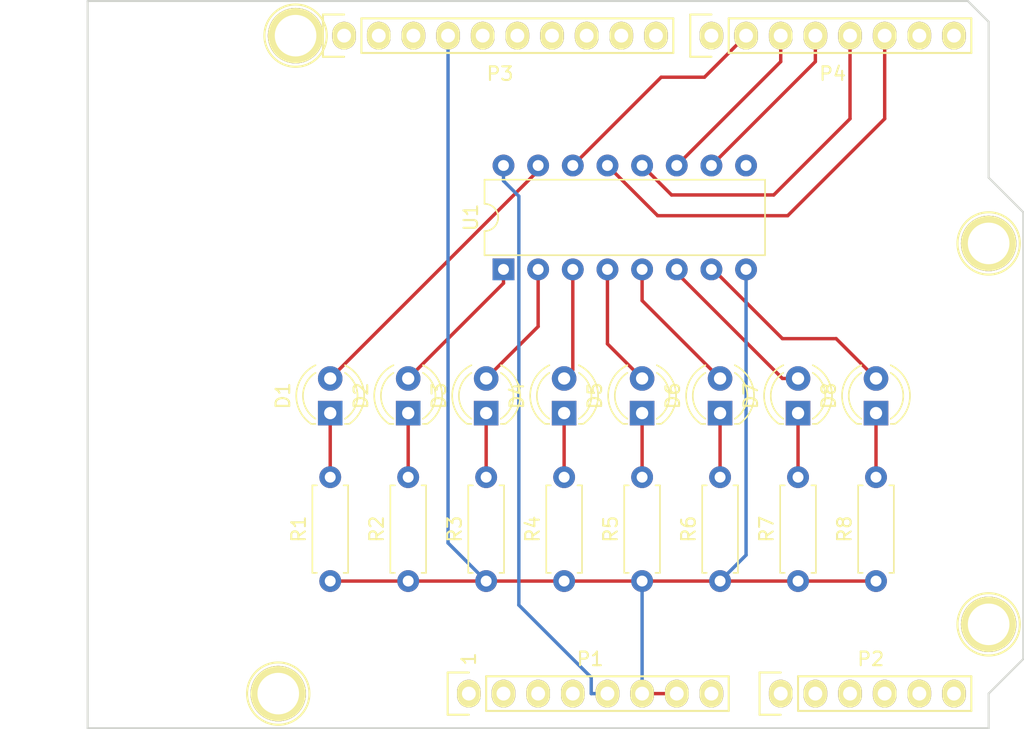
<source format=kicad_pcb>
(kicad_pcb (version 20171130) (host pcbnew "(5.1.12)-1")

  (general
    (thickness 1.6)
    (drawings 28)
    (tracks 63)
    (zones 0)
    (modules 25)
    (nets 52)
  )

  (page USLetter)
  (title_block
    (title "ELEC-0122 shift register LED demo PCB")
    (date 2017-02-14)
    (rev 2)
    (company Marginallyclever.com)
    (comment 1 "Dan Royer (dan@marginallyclever.com)")
  )

  (layers
    (0 F.Cu signal)
    (31 B.Cu signal)
    (32 B.Adhes user hide)
    (33 F.Adhes user hide)
    (34 B.Paste user)
    (35 F.Paste user)
    (36 B.SilkS user)
    (37 F.SilkS user)
    (38 B.Mask user)
    (39 F.Mask user)
    (40 Dwgs.User user)
    (41 Cmts.User user)
    (42 Eco1.User user)
    (43 Eco2.User user)
    (44 Edge.Cuts user)
    (45 Margin user)
    (46 B.CrtYd user)
    (47 F.CrtYd user)
    (48 B.Fab user)
    (49 F.Fab user)
  )

  (setup
    (last_trace_width 0.25)
    (trace_clearance 0.2)
    (zone_clearance 0.508)
    (zone_45_only no)
    (trace_min 0.2)
    (via_size 0.6)
    (via_drill 0.4)
    (via_min_size 0.4)
    (via_min_drill 0.3)
    (uvia_size 0.3)
    (uvia_drill 0.1)
    (uvias_allowed no)
    (uvia_min_size 0.2)
    (uvia_min_drill 0.1)
    (edge_width 0.15)
    (segment_width 0.15)
    (pcb_text_width 0.3)
    (pcb_text_size 1.5 1.5)
    (mod_edge_width 0.15)
    (mod_text_size 1 1)
    (mod_text_width 0.15)
    (pad_size 4.064 4.064)
    (pad_drill 3.048)
    (pad_to_mask_clearance 0)
    (aux_axis_origin 110.998 126.365)
    (grid_origin 110.998 126.365)
    (visible_elements 7FFFFFFF)
    (pcbplotparams
      (layerselection 0x00030_80000001)
      (usegerberextensions false)
      (usegerberattributes true)
      (usegerberadvancedattributes true)
      (creategerberjobfile true)
      (excludeedgelayer true)
      (linewidth 0.100000)
      (plotframeref false)
      (viasonmask false)
      (mode 1)
      (useauxorigin false)
      (hpglpennumber 1)
      (hpglpenspeed 20)
      (hpglpendiameter 15.000000)
      (psnegative false)
      (psa4output false)
      (plotreference true)
      (plotvalue true)
      (plotinvisibletext false)
      (padsonsilk false)
      (subtractmaskfromsilk false)
      (outputformat 1)
      (mirror false)
      (drillshape 1)
      (scaleselection 1)
      (outputdirectory ""))
  )

  (net 0 "")
  (net 1 /IOREF)
  (net 2 /Reset)
  (net 3 +5V)
  (net 4 GND)
  (net 5 /Vin)
  (net 6 /A0)
  (net 7 /A1)
  (net 8 /A2)
  (net 9 /A3)
  (net 10 /AREF)
  (net 11 "/A4(SDA)")
  (net 12 "/A5(SCL)")
  (net 13 "/9(**)")
  (net 14 /8)
  (net 15 /7)
  (net 16 "/6(**)")
  (net 17 "/5(**)")
  (net 18 /4)
  (net 19 "/3(**)")
  (net 20 /2)
  (net 21 "/1(Tx)")
  (net 22 "/0(Rx)")
  (net 23 "Net-(P5-Pad1)")
  (net 24 "Net-(P6-Pad1)")
  (net 25 "Net-(P7-Pad1)")
  (net 26 "Net-(P8-Pad1)")
  (net 27 "/13(SCK)")
  (net 28 "/10(**/SS)")
  (net 29 "Net-(P1-Pad1)")
  (net 30 +3V3)
  (net 31 "/12(MISO)")
  (net 32 "/11(**/MOSI)")
  (net 33 "Net-(D1-Pad1)")
  (net 34 "Net-(D1-Pad2)")
  (net 35 "Net-(D2-Pad1)")
  (net 36 "Net-(D2-Pad2)")
  (net 37 "Net-(D3-Pad1)")
  (net 38 "Net-(D3-Pad2)")
  (net 39 "Net-(D4-Pad1)")
  (net 40 "Net-(D4-Pad2)")
  (net 41 "Net-(D5-Pad1)")
  (net 42 "Net-(D5-Pad2)")
  (net 43 "Net-(D6-Pad1)")
  (net 44 "Net-(D6-Pad2)")
  (net 45 "Net-(D7-Pad1)")
  (net 46 "Net-(D7-Pad2)")
  (net 47 "Net-(D8-Pad1)")
  (net 48 "Net-(D8-Pad2)")
  (net 49 "/A5_2(SCL)")
  (net 50 "/A4_2(SDA)")
  (net 51 "Net-(U1-Pad9)")

  (net_class Default "This is the default net class."
    (clearance 0.2)
    (trace_width 0.25)
    (via_dia 0.6)
    (via_drill 0.4)
    (uvia_dia 0.3)
    (uvia_drill 0.1)
    (add_net +3V3)
    (add_net +5V)
    (add_net "/0(Rx)")
    (add_net "/1(Tx)")
    (add_net "/10(**/SS)")
    (add_net "/11(**/MOSI)")
    (add_net "/12(MISO)")
    (add_net "/13(SCK)")
    (add_net /2)
    (add_net "/3(**)")
    (add_net /4)
    (add_net "/5(**)")
    (add_net "/6(**)")
    (add_net /7)
    (add_net /8)
    (add_net "/9(**)")
    (add_net /A0)
    (add_net /A1)
    (add_net /A2)
    (add_net /A3)
    (add_net "/A4(SDA)")
    (add_net "/A4_2(SDA)")
    (add_net "/A5(SCL)")
    (add_net "/A5_2(SCL)")
    (add_net /AREF)
    (add_net /IOREF)
    (add_net /Reset)
    (add_net /Vin)
    (add_net GND)
    (add_net "Net-(D1-Pad1)")
    (add_net "Net-(D1-Pad2)")
    (add_net "Net-(D2-Pad1)")
    (add_net "Net-(D2-Pad2)")
    (add_net "Net-(D3-Pad1)")
    (add_net "Net-(D3-Pad2)")
    (add_net "Net-(D4-Pad1)")
    (add_net "Net-(D4-Pad2)")
    (add_net "Net-(D5-Pad1)")
    (add_net "Net-(D5-Pad2)")
    (add_net "Net-(D6-Pad1)")
    (add_net "Net-(D6-Pad2)")
    (add_net "Net-(D7-Pad1)")
    (add_net "Net-(D7-Pad2)")
    (add_net "Net-(D8-Pad1)")
    (add_net "Net-(D8-Pad2)")
    (add_net "Net-(P1-Pad1)")
    (add_net "Net-(P5-Pad1)")
    (add_net "Net-(P6-Pad1)")
    (add_net "Net-(P7-Pad1)")
    (add_net "Net-(P8-Pad1)")
    (add_net "Net-(U1-Pad9)")
  )

  (module Resistors_ThroughHole:R_Axial_DIN0207_L6.3mm_D2.5mm_P7.62mm_Horizontal (layer F.Cu) (tedit 5874F706) (tstamp 58A398BB)
    (at 128.778 115.57 90)
    (descr "Resistor, Axial_DIN0207 series, Axial, Horizontal, pin pitch=7.62mm, 0.25W = 1/4W, length*diameter=6.3*2.5mm^2, http://cdn-reichelt.de/documents/datenblatt/B400/1_4W%23YAG.pdf")
    (tags "Resistor Axial_DIN0207 series Axial Horizontal pin pitch 7.62mm 0.25W = 1/4W length 6.3mm diameter 2.5mm")
    (path /58A375C6)
    (fp_text reference R1 (at 3.81 -2.31 90) (layer F.SilkS)
      (effects (font (size 1 1) (thickness 0.15)))
    )
    (fp_text value 220 (at 3.81 2.31 90) (layer F.Fab)
      (effects (font (size 1 1) (thickness 0.15)))
    )
    (fp_line (start 0.66 -1.25) (end 0.66 1.25) (layer F.Fab) (width 0.1))
    (fp_line (start 0.66 1.25) (end 6.96 1.25) (layer F.Fab) (width 0.1))
    (fp_line (start 6.96 1.25) (end 6.96 -1.25) (layer F.Fab) (width 0.1))
    (fp_line (start 6.96 -1.25) (end 0.66 -1.25) (layer F.Fab) (width 0.1))
    (fp_line (start 0 0) (end 0.66 0) (layer F.Fab) (width 0.1))
    (fp_line (start 7.62 0) (end 6.96 0) (layer F.Fab) (width 0.1))
    (fp_line (start 0.6 -0.98) (end 0.6 -1.31) (layer F.SilkS) (width 0.12))
    (fp_line (start 0.6 -1.31) (end 7.02 -1.31) (layer F.SilkS) (width 0.12))
    (fp_line (start 7.02 -1.31) (end 7.02 -0.98) (layer F.SilkS) (width 0.12))
    (fp_line (start 0.6 0.98) (end 0.6 1.31) (layer F.SilkS) (width 0.12))
    (fp_line (start 0.6 1.31) (end 7.02 1.31) (layer F.SilkS) (width 0.12))
    (fp_line (start 7.02 1.31) (end 7.02 0.98) (layer F.SilkS) (width 0.12))
    (fp_line (start -1.05 -1.6) (end -1.05 1.6) (layer F.CrtYd) (width 0.05))
    (fp_line (start -1.05 1.6) (end 8.7 1.6) (layer F.CrtYd) (width 0.05))
    (fp_line (start 8.7 1.6) (end 8.7 -1.6) (layer F.CrtYd) (width 0.05))
    (fp_line (start 8.7 -1.6) (end -1.05 -1.6) (layer F.CrtYd) (width 0.05))
    (pad 1 thru_hole circle (at 0 0 90) (size 1.6 1.6) (drill 0.8) (layers *.Cu *.Mask)
      (net 4 GND))
    (pad 2 thru_hole oval (at 7.62 0 90) (size 1.6 1.6) (drill 0.8) (layers *.Cu *.Mask)
      (net 33 "Net-(D1-Pad1)"))
    (model Resistors_ThroughHole.3dshapes/R_Axial_DIN0207_L6.3mm_D2.5mm_P7.62mm_Horizontal.wrl
      (at (xyz 0 0 0))
      (scale (xyz 0.393701 0.393701 0.393701))
      (rotate (xyz 0 0 0))
    )
  )

  (module Socket_Arduino_Uno:Socket_Strip_Arduino_1x08 locked (layer F.Cu) (tedit 552168D2) (tstamp 551AF9EA)
    (at 138.938 123.825)
    (descr "Through hole socket strip")
    (tags "socket strip")
    (path /5517C2C1)
    (fp_text reference P1 (at 8.89 -2.54) (layer F.SilkS)
      (effects (font (size 1 1) (thickness 0.15)))
    )
    (fp_text value Power (at 8.89 -4.064) (layer F.Fab)
      (effects (font (size 1 1) (thickness 0.15)))
    )
    (fp_line (start -1.75 -1.75) (end -1.75 1.75) (layer F.CrtYd) (width 0.05))
    (fp_line (start 19.55 -1.75) (end 19.55 1.75) (layer F.CrtYd) (width 0.05))
    (fp_line (start -1.75 -1.75) (end 19.55 -1.75) (layer F.CrtYd) (width 0.05))
    (fp_line (start -1.75 1.75) (end 19.55 1.75) (layer F.CrtYd) (width 0.05))
    (fp_line (start 1.27 1.27) (end 19.05 1.27) (layer F.SilkS) (width 0.15))
    (fp_line (start 19.05 1.27) (end 19.05 -1.27) (layer F.SilkS) (width 0.15))
    (fp_line (start 19.05 -1.27) (end 1.27 -1.27) (layer F.SilkS) (width 0.15))
    (fp_line (start -1.55 1.55) (end 0 1.55) (layer F.SilkS) (width 0.15))
    (fp_line (start 1.27 1.27) (end 1.27 -1.27) (layer F.SilkS) (width 0.15))
    (fp_line (start 0 -1.55) (end -1.55 -1.55) (layer F.SilkS) (width 0.15))
    (fp_line (start -1.55 -1.55) (end -1.55 1.55) (layer F.SilkS) (width 0.15))
    (pad 1 thru_hole oval (at 0 0) (size 1.7272 2.032) (drill 1.016) (layers *.Cu *.Mask F.SilkS)
      (net 29 "Net-(P1-Pad1)"))
    (pad 2 thru_hole oval (at 2.54 0) (size 1.7272 2.032) (drill 1.016) (layers *.Cu *.Mask F.SilkS)
      (net 1 /IOREF))
    (pad 3 thru_hole oval (at 5.08 0) (size 1.7272 2.032) (drill 1.016) (layers *.Cu *.Mask F.SilkS)
      (net 2 /Reset))
    (pad 4 thru_hole oval (at 7.62 0) (size 1.7272 2.032) (drill 1.016) (layers *.Cu *.Mask F.SilkS)
      (net 30 +3V3))
    (pad 5 thru_hole oval (at 10.16 0) (size 1.7272 2.032) (drill 1.016) (layers *.Cu *.Mask F.SilkS)
      (net 3 +5V))
    (pad 6 thru_hole oval (at 12.7 0) (size 1.7272 2.032) (drill 1.016) (layers *.Cu *.Mask F.SilkS)
      (net 4 GND))
    (pad 7 thru_hole oval (at 15.24 0) (size 1.7272 2.032) (drill 1.016) (layers *.Cu *.Mask F.SilkS)
      (net 4 GND))
    (pad 8 thru_hole oval (at 17.78 0) (size 1.7272 2.032) (drill 1.016) (layers *.Cu *.Mask F.SilkS)
      (net 5 /Vin))
    (model ${KIPRJMOD}/Socket_Arduino_Uno.3dshapes/Socket_header_Arduino_1x08.wrl
      (offset (xyz 8.889999866485596 0 0))
      (scale (xyz 1 1 1))
      (rotate (xyz 0 0 180))
    )
  )

  (module Socket_Arduino_Uno:Socket_Strip_Arduino_1x06 locked (layer F.Cu) (tedit 552168D6) (tstamp 551AF9FF)
    (at 161.798 123.825)
    (descr "Through hole socket strip")
    (tags "socket strip")
    (path /5517C323)
    (fp_text reference P2 (at 6.604 -2.54) (layer F.SilkS)
      (effects (font (size 1 1) (thickness 0.15)))
    )
    (fp_text value Analog (at 6.604 -4.064) (layer F.Fab)
      (effects (font (size 1 1) (thickness 0.15)))
    )
    (fp_line (start -1.75 -1.75) (end -1.75 1.75) (layer F.CrtYd) (width 0.05))
    (fp_line (start 14.45 -1.75) (end 14.45 1.75) (layer F.CrtYd) (width 0.05))
    (fp_line (start -1.75 -1.75) (end 14.45 -1.75) (layer F.CrtYd) (width 0.05))
    (fp_line (start -1.75 1.75) (end 14.45 1.75) (layer F.CrtYd) (width 0.05))
    (fp_line (start 1.27 1.27) (end 13.97 1.27) (layer F.SilkS) (width 0.15))
    (fp_line (start 13.97 1.27) (end 13.97 -1.27) (layer F.SilkS) (width 0.15))
    (fp_line (start 13.97 -1.27) (end 1.27 -1.27) (layer F.SilkS) (width 0.15))
    (fp_line (start -1.55 1.55) (end 0 1.55) (layer F.SilkS) (width 0.15))
    (fp_line (start 1.27 1.27) (end 1.27 -1.27) (layer F.SilkS) (width 0.15))
    (fp_line (start 0 -1.55) (end -1.55 -1.55) (layer F.SilkS) (width 0.15))
    (fp_line (start -1.55 -1.55) (end -1.55 1.55) (layer F.SilkS) (width 0.15))
    (pad 1 thru_hole oval (at 0 0) (size 1.7272 2.032) (drill 1.016) (layers *.Cu *.Mask F.SilkS)
      (net 6 /A0))
    (pad 2 thru_hole oval (at 2.54 0) (size 1.7272 2.032) (drill 1.016) (layers *.Cu *.Mask F.SilkS)
      (net 7 /A1))
    (pad 3 thru_hole oval (at 5.08 0) (size 1.7272 2.032) (drill 1.016) (layers *.Cu *.Mask F.SilkS)
      (net 8 /A2))
    (pad 4 thru_hole oval (at 7.62 0) (size 1.7272 2.032) (drill 1.016) (layers *.Cu *.Mask F.SilkS)
      (net 9 /A3))
    (pad 5 thru_hole oval (at 10.16 0) (size 1.7272 2.032) (drill 1.016) (layers *.Cu *.Mask F.SilkS)
      (net 11 "/A4(SDA)"))
    (pad 6 thru_hole oval (at 12.7 0) (size 1.7272 2.032) (drill 1.016) (layers *.Cu *.Mask F.SilkS)
      (net 12 "/A5(SCL)"))
    (model ${KIPRJMOD}/Socket_Arduino_Uno.3dshapes/Socket_header_Arduino_1x06.wrl
      (offset (xyz 6.349999904632568 0 0))
      (scale (xyz 1 1 1))
      (rotate (xyz 0 0 180))
    )
  )

  (module Socket_Arduino_Uno:Socket_Strip_Arduino_1x10 locked (layer F.Cu) (tedit 552168BF) (tstamp 551AFA18)
    (at 129.794 75.565)
    (descr "Through hole socket strip")
    (tags "socket strip")
    (path /5517C46C)
    (fp_text reference P3 (at 11.43 2.794) (layer F.SilkS)
      (effects (font (size 1 1) (thickness 0.15)))
    )
    (fp_text value Digital (at 11.43 4.318) (layer F.Fab)
      (effects (font (size 1 1) (thickness 0.15)))
    )
    (fp_line (start -1.75 -1.75) (end -1.75 1.75) (layer F.CrtYd) (width 0.05))
    (fp_line (start 24.65 -1.75) (end 24.65 1.75) (layer F.CrtYd) (width 0.05))
    (fp_line (start -1.75 -1.75) (end 24.65 -1.75) (layer F.CrtYd) (width 0.05))
    (fp_line (start -1.75 1.75) (end 24.65 1.75) (layer F.CrtYd) (width 0.05))
    (fp_line (start 1.27 1.27) (end 24.13 1.27) (layer F.SilkS) (width 0.15))
    (fp_line (start 24.13 1.27) (end 24.13 -1.27) (layer F.SilkS) (width 0.15))
    (fp_line (start 24.13 -1.27) (end 1.27 -1.27) (layer F.SilkS) (width 0.15))
    (fp_line (start -1.55 1.55) (end 0 1.55) (layer F.SilkS) (width 0.15))
    (fp_line (start 1.27 1.27) (end 1.27 -1.27) (layer F.SilkS) (width 0.15))
    (fp_line (start 0 -1.55) (end -1.55 -1.55) (layer F.SilkS) (width 0.15))
    (fp_line (start -1.55 -1.55) (end -1.55 1.55) (layer F.SilkS) (width 0.15))
    (pad 1 thru_hole oval (at 0 0) (size 1.7272 2.032) (drill 1.016) (layers *.Cu *.Mask F.SilkS)
      (net 49 "/A5_2(SCL)"))
    (pad 2 thru_hole oval (at 2.54 0) (size 1.7272 2.032) (drill 1.016) (layers *.Cu *.Mask F.SilkS)
      (net 50 "/A4_2(SDA)"))
    (pad 3 thru_hole oval (at 5.08 0) (size 1.7272 2.032) (drill 1.016) (layers *.Cu *.Mask F.SilkS)
      (net 10 /AREF))
    (pad 4 thru_hole oval (at 7.62 0) (size 1.7272 2.032) (drill 1.016) (layers *.Cu *.Mask F.SilkS)
      (net 4 GND))
    (pad 5 thru_hole oval (at 10.16 0) (size 1.7272 2.032) (drill 1.016) (layers *.Cu *.Mask F.SilkS)
      (net 27 "/13(SCK)"))
    (pad 6 thru_hole oval (at 12.7 0) (size 1.7272 2.032) (drill 1.016) (layers *.Cu *.Mask F.SilkS)
      (net 31 "/12(MISO)"))
    (pad 7 thru_hole oval (at 15.24 0) (size 1.7272 2.032) (drill 1.016) (layers *.Cu *.Mask F.SilkS)
      (net 32 "/11(**/MOSI)"))
    (pad 8 thru_hole oval (at 17.78 0) (size 1.7272 2.032) (drill 1.016) (layers *.Cu *.Mask F.SilkS)
      (net 28 "/10(**/SS)"))
    (pad 9 thru_hole oval (at 20.32 0) (size 1.7272 2.032) (drill 1.016) (layers *.Cu *.Mask F.SilkS)
      (net 13 "/9(**)"))
    (pad 10 thru_hole oval (at 22.86 0) (size 1.7272 2.032) (drill 1.016) (layers *.Cu *.Mask F.SilkS)
      (net 14 /8))
    (model ${KIPRJMOD}/Socket_Arduino_Uno.3dshapes/Socket_header_Arduino_1x10.wrl
      (offset (xyz 11.42999982833862 0 0))
      (scale (xyz 1 1 1))
      (rotate (xyz 0 0 180))
    )
  )

  (module Socket_Arduino_Uno:Socket_Strip_Arduino_1x08 locked (layer F.Cu) (tedit 552168C7) (tstamp 551AFA2F)
    (at 156.718 75.565)
    (descr "Through hole socket strip")
    (tags "socket strip")
    (path /5517C366)
    (fp_text reference P4 (at 8.89 2.794) (layer F.SilkS)
      (effects (font (size 1 1) (thickness 0.15)))
    )
    (fp_text value Digital (at 8.89 4.318) (layer F.Fab)
      (effects (font (size 1 1) (thickness 0.15)))
    )
    (fp_line (start -1.75 -1.75) (end -1.75 1.75) (layer F.CrtYd) (width 0.05))
    (fp_line (start 19.55 -1.75) (end 19.55 1.75) (layer F.CrtYd) (width 0.05))
    (fp_line (start -1.75 -1.75) (end 19.55 -1.75) (layer F.CrtYd) (width 0.05))
    (fp_line (start -1.75 1.75) (end 19.55 1.75) (layer F.CrtYd) (width 0.05))
    (fp_line (start 1.27 1.27) (end 19.05 1.27) (layer F.SilkS) (width 0.15))
    (fp_line (start 19.05 1.27) (end 19.05 -1.27) (layer F.SilkS) (width 0.15))
    (fp_line (start 19.05 -1.27) (end 1.27 -1.27) (layer F.SilkS) (width 0.15))
    (fp_line (start -1.55 1.55) (end 0 1.55) (layer F.SilkS) (width 0.15))
    (fp_line (start 1.27 1.27) (end 1.27 -1.27) (layer F.SilkS) (width 0.15))
    (fp_line (start 0 -1.55) (end -1.55 -1.55) (layer F.SilkS) (width 0.15))
    (fp_line (start -1.55 -1.55) (end -1.55 1.55) (layer F.SilkS) (width 0.15))
    (pad 1 thru_hole oval (at 0 0) (size 1.7272 2.032) (drill 1.016) (layers *.Cu *.Mask F.SilkS)
      (net 15 /7))
    (pad 2 thru_hole oval (at 2.54 0) (size 1.7272 2.032) (drill 1.016) (layers *.Cu *.Mask F.SilkS)
      (net 16 "/6(**)"))
    (pad 3 thru_hole oval (at 5.08 0) (size 1.7272 2.032) (drill 1.016) (layers *.Cu *.Mask F.SilkS)
      (net 17 "/5(**)"))
    (pad 4 thru_hole oval (at 7.62 0) (size 1.7272 2.032) (drill 1.016) (layers *.Cu *.Mask F.SilkS)
      (net 18 /4))
    (pad 5 thru_hole oval (at 10.16 0) (size 1.7272 2.032) (drill 1.016) (layers *.Cu *.Mask F.SilkS)
      (net 19 "/3(**)"))
    (pad 6 thru_hole oval (at 12.7 0) (size 1.7272 2.032) (drill 1.016) (layers *.Cu *.Mask F.SilkS)
      (net 20 /2))
    (pad 7 thru_hole oval (at 15.24 0) (size 1.7272 2.032) (drill 1.016) (layers *.Cu *.Mask F.SilkS)
      (net 21 "/1(Tx)"))
    (pad 8 thru_hole oval (at 17.78 0) (size 1.7272 2.032) (drill 1.016) (layers *.Cu *.Mask F.SilkS)
      (net 22 "/0(Rx)"))
    (model ${KIPRJMOD}/Socket_Arduino_Uno.3dshapes/Socket_header_Arduino_1x08.wrl
      (offset (xyz 8.889999866485596 0 0))
      (scale (xyz 1 1 1))
      (rotate (xyz 0 0 180))
    )
  )

  (module Socket_Arduino_Uno:Arduino_1pin locked (layer F.Cu) (tedit 5524FC39) (tstamp 5524FC3F)
    (at 124.968 123.825)
    (descr "module 1 pin (ou trou mecanique de percage)")
    (tags DEV)
    (path /551BBC06)
    (fp_text reference P5 (at 0 -3.048) (layer F.SilkS) hide
      (effects (font (size 1 1) (thickness 0.15)))
    )
    (fp_text value CONN_1 (at 0 2.794) (layer F.Fab) hide
      (effects (font (size 1 1) (thickness 0.15)))
    )
    (fp_circle (center 0 0) (end 0 -2.286) (layer F.SilkS) (width 0.15))
    (pad 1 thru_hole circle (at 0 0) (size 4.064 4.064) (drill 3.048) (layers *.Cu *.Mask F.SilkS)
      (net 23 "Net-(P5-Pad1)"))
  )

  (module Socket_Arduino_Uno:Arduino_1pin locked (layer F.Cu) (tedit 5524FC4A) (tstamp 5524FC44)
    (at 177.038 118.745)
    (descr "module 1 pin (ou trou mecanique de percage)")
    (tags DEV)
    (path /551BBD10)
    (fp_text reference P6 (at 0 -3.048) (layer F.SilkS) hide
      (effects (font (size 1 1) (thickness 0.15)))
    )
    (fp_text value CONN_1 (at 0 2.794) (layer F.Fab) hide
      (effects (font (size 1 1) (thickness 0.15)))
    )
    (fp_circle (center 0 0) (end 0 -2.286) (layer F.SilkS) (width 0.15))
    (pad 1 thru_hole circle (at 0 0) (size 4.064 4.064) (drill 3.048) (layers *.Cu *.Mask F.SilkS)
      (net 24 "Net-(P6-Pad1)"))
  )

  (module Socket_Arduino_Uno:Arduino_1pin locked (layer F.Cu) (tedit 5524FC2F) (tstamp 5524FC49)
    (at 126.238 75.565)
    (descr "module 1 pin (ou trou mecanique de percage)")
    (tags DEV)
    (path /551BBD30)
    (fp_text reference P7 (at 0 -3.048) (layer F.SilkS) hide
      (effects (font (size 1 1) (thickness 0.15)))
    )
    (fp_text value CONN_1 (at 0 2.794) (layer F.Fab) hide
      (effects (font (size 1 1) (thickness 0.15)))
    )
    (fp_circle (center 0 0) (end 0 -2.286) (layer F.SilkS) (width 0.15))
    (pad 1 thru_hole circle (at 0 0) (size 4.064 4.064) (drill 3.048) (layers *.Cu *.Mask F.SilkS)
      (net 25 "Net-(P7-Pad1)"))
  )

  (module Socket_Arduino_Uno:Arduino_1pin locked (layer F.Cu) (tedit 5524FC41) (tstamp 5524FC4E)
    (at 177.038 90.805)
    (descr "module 1 pin (ou trou mecanique de percage)")
    (tags DEV)
    (path /551BBD52)
    (fp_text reference P8 (at 0 -3.048) (layer F.SilkS) hide
      (effects (font (size 1 1) (thickness 0.15)))
    )
    (fp_text value CONN_1 (at 0 2.794) (layer F.Fab) hide
      (effects (font (size 1 1) (thickness 0.15)))
    )
    (fp_circle (center 0 0) (end 0 -2.286) (layer F.SilkS) (width 0.15))
    (pad 1 thru_hole circle (at 0 0) (size 4.064 4.064) (drill 3.048) (layers *.Cu *.Mask F.SilkS)
      (net 26 "Net-(P8-Pad1)"))
  )

  (module LEDs:LED_D4.0mm (layer F.Cu) (tedit 587A3A7B) (tstamp 58A396E2)
    (at 128.778 103.251 90)
    (descr "LED, diameter 4.0mm, 2 pins, http://www.kingbright.com/attachments/file/psearch/000/00/00/L-43GD(Ver.12B).pdf")
    (tags "LED diameter 4.0mm 2 pins")
    (path /58A37201)
    (fp_text reference D1 (at 1.27 -3.46 90) (layer F.SilkS)
      (effects (font (size 1 1) (thickness 0.15)))
    )
    (fp_text value LED (at 1.27 3.46 90) (layer F.Fab)
      (effects (font (size 1 1) (thickness 0.15)))
    )
    (fp_circle (center 1.27 0) (end 3.27 0) (layer F.Fab) (width 0.1))
    (fp_line (start -0.73 -1.32665) (end -0.73 1.32665) (layer F.Fab) (width 0.1))
    (fp_line (start -0.79 -1.399) (end -0.79 -1.08) (layer F.SilkS) (width 0.12))
    (fp_line (start -0.79 1.08) (end -0.79 1.399) (layer F.SilkS) (width 0.12))
    (fp_line (start -1.45 -2.75) (end -1.45 2.75) (layer F.CrtYd) (width 0.05))
    (fp_line (start -1.45 2.75) (end 4 2.75) (layer F.CrtYd) (width 0.05))
    (fp_line (start 4 2.75) (end 4 -2.75) (layer F.CrtYd) (width 0.05))
    (fp_line (start 4 -2.75) (end -1.45 -2.75) (layer F.CrtYd) (width 0.05))
    (fp_arc (start 1.27 0) (end -0.73 -1.32665) (angle 292.9) (layer F.Fab) (width 0.1))
    (fp_arc (start 1.27 0) (end -0.79 -1.398749) (angle 120.1) (layer F.SilkS) (width 0.12))
    (fp_arc (start 1.27 0) (end -0.79 1.398749) (angle -120.1) (layer F.SilkS) (width 0.12))
    (fp_arc (start 1.27 0) (end -0.41333 -1.08) (angle 114.6) (layer F.SilkS) (width 0.12))
    (fp_arc (start 1.27 0) (end -0.41333 1.08) (angle -114.6) (layer F.SilkS) (width 0.12))
    (pad 1 thru_hole rect (at 0 0 90) (size 1.8 1.8) (drill 0.9) (layers *.Cu *.Mask)
      (net 33 "Net-(D1-Pad1)"))
    (pad 2 thru_hole circle (at 2.54 0 90) (size 1.8 1.8) (drill 0.9) (layers *.Cu *.Mask)
      (net 34 "Net-(D1-Pad2)"))
    (model LEDs.3dshapes/LED_D4.0mm.wrl
      (at (xyz 0 0 0))
      (scale (xyz 0.393701 0.393701 0.393701))
      (rotate (xyz 0 0 0))
    )
  )

  (module LEDs:LED_D4.0mm (layer F.Cu) (tedit 587A3A7B) (tstamp 58A396E8)
    (at 134.493 103.251 90)
    (descr "LED, diameter 4.0mm, 2 pins, http://www.kingbright.com/attachments/file/psearch/000/00/00/L-43GD(Ver.12B).pdf")
    (tags "LED diameter 4.0mm 2 pins")
    (path /58A37306)
    (fp_text reference D2 (at 1.27 -3.46 90) (layer F.SilkS)
      (effects (font (size 1 1) (thickness 0.15)))
    )
    (fp_text value LED (at 1.27 3.46 90) (layer F.Fab)
      (effects (font (size 1 1) (thickness 0.15)))
    )
    (fp_circle (center 1.27 0) (end 3.27 0) (layer F.Fab) (width 0.1))
    (fp_line (start -0.73 -1.32665) (end -0.73 1.32665) (layer F.Fab) (width 0.1))
    (fp_line (start -0.79 -1.399) (end -0.79 -1.08) (layer F.SilkS) (width 0.12))
    (fp_line (start -0.79 1.08) (end -0.79 1.399) (layer F.SilkS) (width 0.12))
    (fp_line (start -1.45 -2.75) (end -1.45 2.75) (layer F.CrtYd) (width 0.05))
    (fp_line (start -1.45 2.75) (end 4 2.75) (layer F.CrtYd) (width 0.05))
    (fp_line (start 4 2.75) (end 4 -2.75) (layer F.CrtYd) (width 0.05))
    (fp_line (start 4 -2.75) (end -1.45 -2.75) (layer F.CrtYd) (width 0.05))
    (fp_arc (start 1.27 0) (end -0.73 -1.32665) (angle 292.9) (layer F.Fab) (width 0.1))
    (fp_arc (start 1.27 0) (end -0.79 -1.398749) (angle 120.1) (layer F.SilkS) (width 0.12))
    (fp_arc (start 1.27 0) (end -0.79 1.398749) (angle -120.1) (layer F.SilkS) (width 0.12))
    (fp_arc (start 1.27 0) (end -0.41333 -1.08) (angle 114.6) (layer F.SilkS) (width 0.12))
    (fp_arc (start 1.27 0) (end -0.41333 1.08) (angle -114.6) (layer F.SilkS) (width 0.12))
    (pad 1 thru_hole rect (at 0 0 90) (size 1.8 1.8) (drill 0.9) (layers *.Cu *.Mask)
      (net 35 "Net-(D2-Pad1)"))
    (pad 2 thru_hole circle (at 2.54 0 90) (size 1.8 1.8) (drill 0.9) (layers *.Cu *.Mask)
      (net 36 "Net-(D2-Pad2)"))
    (model LEDs.3dshapes/LED_D4.0mm.wrl
      (at (xyz 0 0 0))
      (scale (xyz 0.393701 0.393701 0.393701))
      (rotate (xyz 0 0 0))
    )
  )

  (module LEDs:LED_D4.0mm (layer F.Cu) (tedit 587A3A7B) (tstamp 58A396EE)
    (at 140.208 103.251 90)
    (descr "LED, diameter 4.0mm, 2 pins, http://www.kingbright.com/attachments/file/psearch/000/00/00/L-43GD(Ver.12B).pdf")
    (tags "LED diameter 4.0mm 2 pins")
    (path /58A37351)
    (fp_text reference D3 (at 1.27 -3.46 90) (layer F.SilkS)
      (effects (font (size 1 1) (thickness 0.15)))
    )
    (fp_text value LED (at 1.27 3.46 90) (layer F.Fab)
      (effects (font (size 1 1) (thickness 0.15)))
    )
    (fp_circle (center 1.27 0) (end 3.27 0) (layer F.Fab) (width 0.1))
    (fp_line (start -0.73 -1.32665) (end -0.73 1.32665) (layer F.Fab) (width 0.1))
    (fp_line (start -0.79 -1.399) (end -0.79 -1.08) (layer F.SilkS) (width 0.12))
    (fp_line (start -0.79 1.08) (end -0.79 1.399) (layer F.SilkS) (width 0.12))
    (fp_line (start -1.45 -2.75) (end -1.45 2.75) (layer F.CrtYd) (width 0.05))
    (fp_line (start -1.45 2.75) (end 4 2.75) (layer F.CrtYd) (width 0.05))
    (fp_line (start 4 2.75) (end 4 -2.75) (layer F.CrtYd) (width 0.05))
    (fp_line (start 4 -2.75) (end -1.45 -2.75) (layer F.CrtYd) (width 0.05))
    (fp_arc (start 1.27 0) (end -0.73 -1.32665) (angle 292.9) (layer F.Fab) (width 0.1))
    (fp_arc (start 1.27 0) (end -0.79 -1.398749) (angle 120.1) (layer F.SilkS) (width 0.12))
    (fp_arc (start 1.27 0) (end -0.79 1.398749) (angle -120.1) (layer F.SilkS) (width 0.12))
    (fp_arc (start 1.27 0) (end -0.41333 -1.08) (angle 114.6) (layer F.SilkS) (width 0.12))
    (fp_arc (start 1.27 0) (end -0.41333 1.08) (angle -114.6) (layer F.SilkS) (width 0.12))
    (pad 1 thru_hole rect (at 0 0 90) (size 1.8 1.8) (drill 0.9) (layers *.Cu *.Mask)
      (net 37 "Net-(D3-Pad1)"))
    (pad 2 thru_hole circle (at 2.54 0 90) (size 1.8 1.8) (drill 0.9) (layers *.Cu *.Mask)
      (net 38 "Net-(D3-Pad2)"))
    (model LEDs.3dshapes/LED_D4.0mm.wrl
      (at (xyz 0 0 0))
      (scale (xyz 0.393701 0.393701 0.393701))
      (rotate (xyz 0 0 0))
    )
  )

  (module LEDs:LED_D4.0mm (layer F.Cu) (tedit 587A3A7B) (tstamp 58A396F4)
    (at 145.923 103.251 90)
    (descr "LED, diameter 4.0mm, 2 pins, http://www.kingbright.com/attachments/file/psearch/000/00/00/L-43GD(Ver.12B).pdf")
    (tags "LED diameter 4.0mm 2 pins")
    (path /58A3739E)
    (fp_text reference D4 (at 1.27 -3.46 90) (layer F.SilkS)
      (effects (font (size 1 1) (thickness 0.15)))
    )
    (fp_text value LED (at 1.27 3.46 90) (layer F.Fab)
      (effects (font (size 1 1) (thickness 0.15)))
    )
    (fp_circle (center 1.27 0) (end 3.27 0) (layer F.Fab) (width 0.1))
    (fp_line (start -0.73 -1.32665) (end -0.73 1.32665) (layer F.Fab) (width 0.1))
    (fp_line (start -0.79 -1.399) (end -0.79 -1.08) (layer F.SilkS) (width 0.12))
    (fp_line (start -0.79 1.08) (end -0.79 1.399) (layer F.SilkS) (width 0.12))
    (fp_line (start -1.45 -2.75) (end -1.45 2.75) (layer F.CrtYd) (width 0.05))
    (fp_line (start -1.45 2.75) (end 4 2.75) (layer F.CrtYd) (width 0.05))
    (fp_line (start 4 2.75) (end 4 -2.75) (layer F.CrtYd) (width 0.05))
    (fp_line (start 4 -2.75) (end -1.45 -2.75) (layer F.CrtYd) (width 0.05))
    (fp_arc (start 1.27 0) (end -0.73 -1.32665) (angle 292.9) (layer F.Fab) (width 0.1))
    (fp_arc (start 1.27 0) (end -0.79 -1.398749) (angle 120.1) (layer F.SilkS) (width 0.12))
    (fp_arc (start 1.27 0) (end -0.79 1.398749) (angle -120.1) (layer F.SilkS) (width 0.12))
    (fp_arc (start 1.27 0) (end -0.41333 -1.08) (angle 114.6) (layer F.SilkS) (width 0.12))
    (fp_arc (start 1.27 0) (end -0.41333 1.08) (angle -114.6) (layer F.SilkS) (width 0.12))
    (pad 1 thru_hole rect (at 0 0 90) (size 1.8 1.8) (drill 0.9) (layers *.Cu *.Mask)
      (net 39 "Net-(D4-Pad1)"))
    (pad 2 thru_hole circle (at 2.54 0 90) (size 1.8 1.8) (drill 0.9) (layers *.Cu *.Mask)
      (net 40 "Net-(D4-Pad2)"))
    (model LEDs.3dshapes/LED_D4.0mm.wrl
      (at (xyz 0 0 0))
      (scale (xyz 0.393701 0.393701 0.393701))
      (rotate (xyz 0 0 0))
    )
  )

  (module LEDs:LED_D4.0mm (layer F.Cu) (tedit 587A3A7B) (tstamp 58A396FA)
    (at 151.638 103.251 90)
    (descr "LED, diameter 4.0mm, 2 pins, http://www.kingbright.com/attachments/file/psearch/000/00/00/L-43GD(Ver.12B).pdf")
    (tags "LED diameter 4.0mm 2 pins")
    (path /58A3766D)
    (fp_text reference D5 (at 1.27 -3.46 90) (layer F.SilkS)
      (effects (font (size 1 1) (thickness 0.15)))
    )
    (fp_text value LED (at 1.27 3.46 90) (layer F.Fab)
      (effects (font (size 1 1) (thickness 0.15)))
    )
    (fp_circle (center 1.27 0) (end 3.27 0) (layer F.Fab) (width 0.1))
    (fp_line (start -0.73 -1.32665) (end -0.73 1.32665) (layer F.Fab) (width 0.1))
    (fp_line (start -0.79 -1.399) (end -0.79 -1.08) (layer F.SilkS) (width 0.12))
    (fp_line (start -0.79 1.08) (end -0.79 1.399) (layer F.SilkS) (width 0.12))
    (fp_line (start -1.45 -2.75) (end -1.45 2.75) (layer F.CrtYd) (width 0.05))
    (fp_line (start -1.45 2.75) (end 4 2.75) (layer F.CrtYd) (width 0.05))
    (fp_line (start 4 2.75) (end 4 -2.75) (layer F.CrtYd) (width 0.05))
    (fp_line (start 4 -2.75) (end -1.45 -2.75) (layer F.CrtYd) (width 0.05))
    (fp_arc (start 1.27 0) (end -0.73 -1.32665) (angle 292.9) (layer F.Fab) (width 0.1))
    (fp_arc (start 1.27 0) (end -0.79 -1.398749) (angle 120.1) (layer F.SilkS) (width 0.12))
    (fp_arc (start 1.27 0) (end -0.79 1.398749) (angle -120.1) (layer F.SilkS) (width 0.12))
    (fp_arc (start 1.27 0) (end -0.41333 -1.08) (angle 114.6) (layer F.SilkS) (width 0.12))
    (fp_arc (start 1.27 0) (end -0.41333 1.08) (angle -114.6) (layer F.SilkS) (width 0.12))
    (pad 1 thru_hole rect (at 0 0 90) (size 1.8 1.8) (drill 0.9) (layers *.Cu *.Mask)
      (net 41 "Net-(D5-Pad1)"))
    (pad 2 thru_hole circle (at 2.54 0 90) (size 1.8 1.8) (drill 0.9) (layers *.Cu *.Mask)
      (net 42 "Net-(D5-Pad2)"))
    (model LEDs.3dshapes/LED_D4.0mm.wrl
      (at (xyz 0 0 0))
      (scale (xyz 0.393701 0.393701 0.393701))
      (rotate (xyz 0 0 0))
    )
  )

  (module LEDs:LED_D4.0mm (layer F.Cu) (tedit 587A3A7B) (tstamp 58A39700)
    (at 157.353 103.251 90)
    (descr "LED, diameter 4.0mm, 2 pins, http://www.kingbright.com/attachments/file/psearch/000/00/00/L-43GD(Ver.12B).pdf")
    (tags "LED diameter 4.0mm 2 pins")
    (path /58A376E2)
    (fp_text reference D6 (at 1.27 -3.46 90) (layer F.SilkS)
      (effects (font (size 1 1) (thickness 0.15)))
    )
    (fp_text value LED (at 1.27 3.46 90) (layer F.Fab)
      (effects (font (size 1 1) (thickness 0.15)))
    )
    (fp_circle (center 1.27 0) (end 3.27 0) (layer F.Fab) (width 0.1))
    (fp_line (start -0.73 -1.32665) (end -0.73 1.32665) (layer F.Fab) (width 0.1))
    (fp_line (start -0.79 -1.399) (end -0.79 -1.08) (layer F.SilkS) (width 0.12))
    (fp_line (start -0.79 1.08) (end -0.79 1.399) (layer F.SilkS) (width 0.12))
    (fp_line (start -1.45 -2.75) (end -1.45 2.75) (layer F.CrtYd) (width 0.05))
    (fp_line (start -1.45 2.75) (end 4 2.75) (layer F.CrtYd) (width 0.05))
    (fp_line (start 4 2.75) (end 4 -2.75) (layer F.CrtYd) (width 0.05))
    (fp_line (start 4 -2.75) (end -1.45 -2.75) (layer F.CrtYd) (width 0.05))
    (fp_arc (start 1.27 0) (end -0.73 -1.32665) (angle 292.9) (layer F.Fab) (width 0.1))
    (fp_arc (start 1.27 0) (end -0.79 -1.398749) (angle 120.1) (layer F.SilkS) (width 0.12))
    (fp_arc (start 1.27 0) (end -0.79 1.398749) (angle -120.1) (layer F.SilkS) (width 0.12))
    (fp_arc (start 1.27 0) (end -0.41333 -1.08) (angle 114.6) (layer F.SilkS) (width 0.12))
    (fp_arc (start 1.27 0) (end -0.41333 1.08) (angle -114.6) (layer F.SilkS) (width 0.12))
    (pad 1 thru_hole rect (at 0 0 90) (size 1.8 1.8) (drill 0.9) (layers *.Cu *.Mask)
      (net 43 "Net-(D6-Pad1)"))
    (pad 2 thru_hole circle (at 2.54 0 90) (size 1.8 1.8) (drill 0.9) (layers *.Cu *.Mask)
      (net 44 "Net-(D6-Pad2)"))
    (model LEDs.3dshapes/LED_D4.0mm.wrl
      (at (xyz 0 0 0))
      (scale (xyz 0.393701 0.393701 0.393701))
      (rotate (xyz 0 0 0))
    )
  )

  (module LEDs:LED_D4.0mm (layer F.Cu) (tedit 587A3A7B) (tstamp 58A39706)
    (at 163.068 103.251 90)
    (descr "LED, diameter 4.0mm, 2 pins, http://www.kingbright.com/attachments/file/psearch/000/00/00/L-43GD(Ver.12B).pdf")
    (tags "LED diameter 4.0mm 2 pins")
    (path /58A378D7)
    (fp_text reference D7 (at 1.27 -3.46 90) (layer F.SilkS)
      (effects (font (size 1 1) (thickness 0.15)))
    )
    (fp_text value LED (at 1.27 3.46 90) (layer F.Fab)
      (effects (font (size 1 1) (thickness 0.15)))
    )
    (fp_circle (center 1.27 0) (end 3.27 0) (layer F.Fab) (width 0.1))
    (fp_line (start -0.73 -1.32665) (end -0.73 1.32665) (layer F.Fab) (width 0.1))
    (fp_line (start -0.79 -1.399) (end -0.79 -1.08) (layer F.SilkS) (width 0.12))
    (fp_line (start -0.79 1.08) (end -0.79 1.399) (layer F.SilkS) (width 0.12))
    (fp_line (start -1.45 -2.75) (end -1.45 2.75) (layer F.CrtYd) (width 0.05))
    (fp_line (start -1.45 2.75) (end 4 2.75) (layer F.CrtYd) (width 0.05))
    (fp_line (start 4 2.75) (end 4 -2.75) (layer F.CrtYd) (width 0.05))
    (fp_line (start 4 -2.75) (end -1.45 -2.75) (layer F.CrtYd) (width 0.05))
    (fp_arc (start 1.27 0) (end -0.73 -1.32665) (angle 292.9) (layer F.Fab) (width 0.1))
    (fp_arc (start 1.27 0) (end -0.79 -1.398749) (angle 120.1) (layer F.SilkS) (width 0.12))
    (fp_arc (start 1.27 0) (end -0.79 1.398749) (angle -120.1) (layer F.SilkS) (width 0.12))
    (fp_arc (start 1.27 0) (end -0.41333 -1.08) (angle 114.6) (layer F.SilkS) (width 0.12))
    (fp_arc (start 1.27 0) (end -0.41333 1.08) (angle -114.6) (layer F.SilkS) (width 0.12))
    (pad 1 thru_hole rect (at 0 0 90) (size 1.8 1.8) (drill 0.9) (layers *.Cu *.Mask)
      (net 45 "Net-(D7-Pad1)"))
    (pad 2 thru_hole circle (at 2.54 0 90) (size 1.8 1.8) (drill 0.9) (layers *.Cu *.Mask)
      (net 46 "Net-(D7-Pad2)"))
    (model LEDs.3dshapes/LED_D4.0mm.wrl
      (at (xyz 0 0 0))
      (scale (xyz 0.393701 0.393701 0.393701))
      (rotate (xyz 0 0 0))
    )
  )

  (module LEDs:LED_D4.0mm (layer F.Cu) (tedit 587A3A7B) (tstamp 58A3970C)
    (at 168.783 103.251 90)
    (descr "LED, diameter 4.0mm, 2 pins, http://www.kingbright.com/attachments/file/psearch/000/00/00/L-43GD(Ver.12B).pdf")
    (tags "LED diameter 4.0mm 2 pins")
    (path /58A37914)
    (fp_text reference D8 (at 1.27 -3.46 90) (layer F.SilkS)
      (effects (font (size 1 1) (thickness 0.15)))
    )
    (fp_text value LED (at 1.27 3.46 90) (layer F.Fab)
      (effects (font (size 1 1) (thickness 0.15)))
    )
    (fp_circle (center 1.27 0) (end 3.27 0) (layer F.Fab) (width 0.1))
    (fp_line (start -0.73 -1.32665) (end -0.73 1.32665) (layer F.Fab) (width 0.1))
    (fp_line (start -0.79 -1.399) (end -0.79 -1.08) (layer F.SilkS) (width 0.12))
    (fp_line (start -0.79 1.08) (end -0.79 1.399) (layer F.SilkS) (width 0.12))
    (fp_line (start -1.45 -2.75) (end -1.45 2.75) (layer F.CrtYd) (width 0.05))
    (fp_line (start -1.45 2.75) (end 4 2.75) (layer F.CrtYd) (width 0.05))
    (fp_line (start 4 2.75) (end 4 -2.75) (layer F.CrtYd) (width 0.05))
    (fp_line (start 4 -2.75) (end -1.45 -2.75) (layer F.CrtYd) (width 0.05))
    (fp_arc (start 1.27 0) (end -0.73 -1.32665) (angle 292.9) (layer F.Fab) (width 0.1))
    (fp_arc (start 1.27 0) (end -0.79 -1.398749) (angle 120.1) (layer F.SilkS) (width 0.12))
    (fp_arc (start 1.27 0) (end -0.79 1.398749) (angle -120.1) (layer F.SilkS) (width 0.12))
    (fp_arc (start 1.27 0) (end -0.41333 -1.08) (angle 114.6) (layer F.SilkS) (width 0.12))
    (fp_arc (start 1.27 0) (end -0.41333 1.08) (angle -114.6) (layer F.SilkS) (width 0.12))
    (pad 1 thru_hole rect (at 0 0 90) (size 1.8 1.8) (drill 0.9) (layers *.Cu *.Mask)
      (net 47 "Net-(D8-Pad1)"))
    (pad 2 thru_hole circle (at 2.54 0 90) (size 1.8 1.8) (drill 0.9) (layers *.Cu *.Mask)
      (net 48 "Net-(D8-Pad2)"))
    (model LEDs.3dshapes/LED_D4.0mm.wrl
      (at (xyz 0 0 0))
      (scale (xyz 0.393701 0.393701 0.393701))
      (rotate (xyz 0 0 0))
    )
  )

  (module Housings_DIP:DIP-16_W7.62mm (layer F.Cu) (tedit 586281B4) (tstamp 58A39760)
    (at 141.478 92.71 90)
    (descr "16-lead dip package, row spacing 7.62 mm (300 mils)")
    (tags "DIL DIP PDIP 2.54mm 7.62mm 300mil")
    (path /58A36180)
    (fp_text reference U1 (at 3.81 -2.39 90) (layer F.SilkS)
      (effects (font (size 1 1) (thickness 0.15)))
    )
    (fp_text value 74HC595 (at 3.81 20.17 90) (layer F.Fab)
      (effects (font (size 1 1) (thickness 0.15)))
    )
    (fp_line (start 1.635 -1.27) (end 6.985 -1.27) (layer F.Fab) (width 0.1))
    (fp_line (start 6.985 -1.27) (end 6.985 19.05) (layer F.Fab) (width 0.1))
    (fp_line (start 6.985 19.05) (end 0.635 19.05) (layer F.Fab) (width 0.1))
    (fp_line (start 0.635 19.05) (end 0.635 -0.27) (layer F.Fab) (width 0.1))
    (fp_line (start 0.635 -0.27) (end 1.635 -1.27) (layer F.Fab) (width 0.1))
    (fp_line (start 2.81 -1.39) (end 1.04 -1.39) (layer F.SilkS) (width 0.12))
    (fp_line (start 1.04 -1.39) (end 1.04 19.17) (layer F.SilkS) (width 0.12))
    (fp_line (start 1.04 19.17) (end 6.58 19.17) (layer F.SilkS) (width 0.12))
    (fp_line (start 6.58 19.17) (end 6.58 -1.39) (layer F.SilkS) (width 0.12))
    (fp_line (start 6.58 -1.39) (end 4.81 -1.39) (layer F.SilkS) (width 0.12))
    (fp_line (start -1.1 -1.6) (end -1.1 19.3) (layer F.CrtYd) (width 0.05))
    (fp_line (start -1.1 19.3) (end 8.7 19.3) (layer F.CrtYd) (width 0.05))
    (fp_line (start 8.7 19.3) (end 8.7 -1.6) (layer F.CrtYd) (width 0.05))
    (fp_line (start 8.7 -1.6) (end -1.1 -1.6) (layer F.CrtYd) (width 0.05))
    (fp_arc (start 3.81 -1.39) (end 2.81 -1.39) (angle -180) (layer F.SilkS) (width 0.12))
    (pad 1 thru_hole rect (at 0 0 90) (size 1.6 1.6) (drill 0.8) (layers *.Cu *.Mask)
      (net 36 "Net-(D2-Pad2)"))
    (pad 9 thru_hole oval (at 7.62 17.78 90) (size 1.6 1.6) (drill 0.8) (layers *.Cu *.Mask)
      (net 51 "Net-(U1-Pad9)"))
    (pad 2 thru_hole oval (at 0 2.54 90) (size 1.6 1.6) (drill 0.8) (layers *.Cu *.Mask)
      (net 38 "Net-(D3-Pad2)"))
    (pad 10 thru_hole oval (at 7.62 15.24 90) (size 1.6 1.6) (drill 0.8) (layers *.Cu *.Mask)
      (net 18 /4))
    (pad 3 thru_hole oval (at 0 5.08 90) (size 1.6 1.6) (drill 0.8) (layers *.Cu *.Mask)
      (net 40 "Net-(D4-Pad2)"))
    (pad 11 thru_hole oval (at 7.62 12.7 90) (size 1.6 1.6) (drill 0.8) (layers *.Cu *.Mask)
      (net 17 "/5(**)"))
    (pad 4 thru_hole oval (at 0 7.62 90) (size 1.6 1.6) (drill 0.8) (layers *.Cu *.Mask)
      (net 42 "Net-(D5-Pad2)"))
    (pad 12 thru_hole oval (at 7.62 10.16 90) (size 1.6 1.6) (drill 0.8) (layers *.Cu *.Mask)
      (net 19 "/3(**)"))
    (pad 5 thru_hole oval (at 0 10.16 90) (size 1.6 1.6) (drill 0.8) (layers *.Cu *.Mask)
      (net 44 "Net-(D6-Pad2)"))
    (pad 13 thru_hole oval (at 7.62 7.62 90) (size 1.6 1.6) (drill 0.8) (layers *.Cu *.Mask)
      (net 20 /2))
    (pad 6 thru_hole oval (at 0 12.7 90) (size 1.6 1.6) (drill 0.8) (layers *.Cu *.Mask)
      (net 46 "Net-(D7-Pad2)"))
    (pad 14 thru_hole oval (at 7.62 5.08 90) (size 1.6 1.6) (drill 0.8) (layers *.Cu *.Mask)
      (net 16 "/6(**)"))
    (pad 7 thru_hole oval (at 0 15.24 90) (size 1.6 1.6) (drill 0.8) (layers *.Cu *.Mask)
      (net 48 "Net-(D8-Pad2)"))
    (pad 15 thru_hole oval (at 7.62 2.54 90) (size 1.6 1.6) (drill 0.8) (layers *.Cu *.Mask)
      (net 34 "Net-(D1-Pad2)"))
    (pad 8 thru_hole oval (at 0 17.78 90) (size 1.6 1.6) (drill 0.8) (layers *.Cu *.Mask)
      (net 4 GND))
    (pad 16 thru_hole oval (at 7.62 0 90) (size 1.6 1.6) (drill 0.8) (layers *.Cu *.Mask)
      (net 3 +5V))
    (model Housings_DIP.3dshapes/DIP-16_W7.62mm.wrl
      (at (xyz 0 0 0))
      (scale (xyz 1 1 1))
      (rotate (xyz 0 0 0))
    )
  )

  (module Resistors_ThroughHole:R_Axial_DIN0207_L6.3mm_D2.5mm_P7.62mm_Horizontal (layer F.Cu) (tedit 5874F706) (tstamp 58A398C0)
    (at 134.493 115.57 90)
    (descr "Resistor, Axial_DIN0207 series, Axial, Horizontal, pin pitch=7.62mm, 0.25W = 1/4W, length*diameter=6.3*2.5mm^2, http://cdn-reichelt.de/documents/datenblatt/B400/1_4W%23YAG.pdf")
    (tags "Resistor Axial_DIN0207 series Axial Horizontal pin pitch 7.62mm 0.25W = 1/4W length 6.3mm diameter 2.5mm")
    (path /58A37A33)
    (fp_text reference R2 (at 3.81 -2.31 90) (layer F.SilkS)
      (effects (font (size 1 1) (thickness 0.15)))
    )
    (fp_text value 220 (at 3.81 2.31 90) (layer F.Fab)
      (effects (font (size 1 1) (thickness 0.15)))
    )
    (fp_line (start 0.66 -1.25) (end 0.66 1.25) (layer F.Fab) (width 0.1))
    (fp_line (start 0.66 1.25) (end 6.96 1.25) (layer F.Fab) (width 0.1))
    (fp_line (start 6.96 1.25) (end 6.96 -1.25) (layer F.Fab) (width 0.1))
    (fp_line (start 6.96 -1.25) (end 0.66 -1.25) (layer F.Fab) (width 0.1))
    (fp_line (start 0 0) (end 0.66 0) (layer F.Fab) (width 0.1))
    (fp_line (start 7.62 0) (end 6.96 0) (layer F.Fab) (width 0.1))
    (fp_line (start 0.6 -0.98) (end 0.6 -1.31) (layer F.SilkS) (width 0.12))
    (fp_line (start 0.6 -1.31) (end 7.02 -1.31) (layer F.SilkS) (width 0.12))
    (fp_line (start 7.02 -1.31) (end 7.02 -0.98) (layer F.SilkS) (width 0.12))
    (fp_line (start 0.6 0.98) (end 0.6 1.31) (layer F.SilkS) (width 0.12))
    (fp_line (start 0.6 1.31) (end 7.02 1.31) (layer F.SilkS) (width 0.12))
    (fp_line (start 7.02 1.31) (end 7.02 0.98) (layer F.SilkS) (width 0.12))
    (fp_line (start -1.05 -1.6) (end -1.05 1.6) (layer F.CrtYd) (width 0.05))
    (fp_line (start -1.05 1.6) (end 8.7 1.6) (layer F.CrtYd) (width 0.05))
    (fp_line (start 8.7 1.6) (end 8.7 -1.6) (layer F.CrtYd) (width 0.05))
    (fp_line (start 8.7 -1.6) (end -1.05 -1.6) (layer F.CrtYd) (width 0.05))
    (pad 1 thru_hole circle (at 0 0 90) (size 1.6 1.6) (drill 0.8) (layers *.Cu *.Mask)
      (net 4 GND))
    (pad 2 thru_hole oval (at 7.62 0 90) (size 1.6 1.6) (drill 0.8) (layers *.Cu *.Mask)
      (net 35 "Net-(D2-Pad1)"))
    (model Resistors_ThroughHole.3dshapes/R_Axial_DIN0207_L6.3mm_D2.5mm_P7.62mm_Horizontal.wrl
      (at (xyz 0 0 0))
      (scale (xyz 0.393701 0.393701 0.393701))
      (rotate (xyz 0 0 0))
    )
  )

  (module Resistors_ThroughHole:R_Axial_DIN0207_L6.3mm_D2.5mm_P7.62mm_Horizontal (layer F.Cu) (tedit 5874F706) (tstamp 58A398C5)
    (at 140.208 115.57 90)
    (descr "Resistor, Axial_DIN0207 series, Axial, Horizontal, pin pitch=7.62mm, 0.25W = 1/4W, length*diameter=6.3*2.5mm^2, http://cdn-reichelt.de/documents/datenblatt/B400/1_4W%23YAG.pdf")
    (tags "Resistor Axial_DIN0207 series Axial Horizontal pin pitch 7.62mm 0.25W = 1/4W length 6.3mm diameter 2.5mm")
    (path /58A37ACE)
    (fp_text reference R3 (at 3.81 -2.31 90) (layer F.SilkS)
      (effects (font (size 1 1) (thickness 0.15)))
    )
    (fp_text value 220 (at 3.81 2.31 90) (layer F.Fab)
      (effects (font (size 1 1) (thickness 0.15)))
    )
    (fp_line (start 0.66 -1.25) (end 0.66 1.25) (layer F.Fab) (width 0.1))
    (fp_line (start 0.66 1.25) (end 6.96 1.25) (layer F.Fab) (width 0.1))
    (fp_line (start 6.96 1.25) (end 6.96 -1.25) (layer F.Fab) (width 0.1))
    (fp_line (start 6.96 -1.25) (end 0.66 -1.25) (layer F.Fab) (width 0.1))
    (fp_line (start 0 0) (end 0.66 0) (layer F.Fab) (width 0.1))
    (fp_line (start 7.62 0) (end 6.96 0) (layer F.Fab) (width 0.1))
    (fp_line (start 0.6 -0.98) (end 0.6 -1.31) (layer F.SilkS) (width 0.12))
    (fp_line (start 0.6 -1.31) (end 7.02 -1.31) (layer F.SilkS) (width 0.12))
    (fp_line (start 7.02 -1.31) (end 7.02 -0.98) (layer F.SilkS) (width 0.12))
    (fp_line (start 0.6 0.98) (end 0.6 1.31) (layer F.SilkS) (width 0.12))
    (fp_line (start 0.6 1.31) (end 7.02 1.31) (layer F.SilkS) (width 0.12))
    (fp_line (start 7.02 1.31) (end 7.02 0.98) (layer F.SilkS) (width 0.12))
    (fp_line (start -1.05 -1.6) (end -1.05 1.6) (layer F.CrtYd) (width 0.05))
    (fp_line (start -1.05 1.6) (end 8.7 1.6) (layer F.CrtYd) (width 0.05))
    (fp_line (start 8.7 1.6) (end 8.7 -1.6) (layer F.CrtYd) (width 0.05))
    (fp_line (start 8.7 -1.6) (end -1.05 -1.6) (layer F.CrtYd) (width 0.05))
    (pad 1 thru_hole circle (at 0 0 90) (size 1.6 1.6) (drill 0.8) (layers *.Cu *.Mask)
      (net 4 GND))
    (pad 2 thru_hole oval (at 7.62 0 90) (size 1.6 1.6) (drill 0.8) (layers *.Cu *.Mask)
      (net 37 "Net-(D3-Pad1)"))
    (model Resistors_ThroughHole.3dshapes/R_Axial_DIN0207_L6.3mm_D2.5mm_P7.62mm_Horizontal.wrl
      (at (xyz 0 0 0))
      (scale (xyz 0.393701 0.393701 0.393701))
      (rotate (xyz 0 0 0))
    )
  )

  (module Resistors_ThroughHole:R_Axial_DIN0207_L6.3mm_D2.5mm_P7.62mm_Horizontal (layer F.Cu) (tedit 5874F706) (tstamp 58A398CA)
    (at 145.923 115.57 90)
    (descr "Resistor, Axial_DIN0207 series, Axial, Horizontal, pin pitch=7.62mm, 0.25W = 1/4W, length*diameter=6.3*2.5mm^2, http://cdn-reichelt.de/documents/datenblatt/B400/1_4W%23YAG.pdf")
    (tags "Resistor Axial_DIN0207 series Axial Horizontal pin pitch 7.62mm 0.25W = 1/4W length 6.3mm diameter 2.5mm")
    (path /58A37B3D)
    (fp_text reference R4 (at 3.81 -2.31 90) (layer F.SilkS)
      (effects (font (size 1 1) (thickness 0.15)))
    )
    (fp_text value 220 (at 3.81 2.31 90) (layer F.Fab)
      (effects (font (size 1 1) (thickness 0.15)))
    )
    (fp_line (start 0.66 -1.25) (end 0.66 1.25) (layer F.Fab) (width 0.1))
    (fp_line (start 0.66 1.25) (end 6.96 1.25) (layer F.Fab) (width 0.1))
    (fp_line (start 6.96 1.25) (end 6.96 -1.25) (layer F.Fab) (width 0.1))
    (fp_line (start 6.96 -1.25) (end 0.66 -1.25) (layer F.Fab) (width 0.1))
    (fp_line (start 0 0) (end 0.66 0) (layer F.Fab) (width 0.1))
    (fp_line (start 7.62 0) (end 6.96 0) (layer F.Fab) (width 0.1))
    (fp_line (start 0.6 -0.98) (end 0.6 -1.31) (layer F.SilkS) (width 0.12))
    (fp_line (start 0.6 -1.31) (end 7.02 -1.31) (layer F.SilkS) (width 0.12))
    (fp_line (start 7.02 -1.31) (end 7.02 -0.98) (layer F.SilkS) (width 0.12))
    (fp_line (start 0.6 0.98) (end 0.6 1.31) (layer F.SilkS) (width 0.12))
    (fp_line (start 0.6 1.31) (end 7.02 1.31) (layer F.SilkS) (width 0.12))
    (fp_line (start 7.02 1.31) (end 7.02 0.98) (layer F.SilkS) (width 0.12))
    (fp_line (start -1.05 -1.6) (end -1.05 1.6) (layer F.CrtYd) (width 0.05))
    (fp_line (start -1.05 1.6) (end 8.7 1.6) (layer F.CrtYd) (width 0.05))
    (fp_line (start 8.7 1.6) (end 8.7 -1.6) (layer F.CrtYd) (width 0.05))
    (fp_line (start 8.7 -1.6) (end -1.05 -1.6) (layer F.CrtYd) (width 0.05))
    (pad 1 thru_hole circle (at 0 0 90) (size 1.6 1.6) (drill 0.8) (layers *.Cu *.Mask)
      (net 4 GND))
    (pad 2 thru_hole oval (at 7.62 0 90) (size 1.6 1.6) (drill 0.8) (layers *.Cu *.Mask)
      (net 39 "Net-(D4-Pad1)"))
    (model Resistors_ThroughHole.3dshapes/R_Axial_DIN0207_L6.3mm_D2.5mm_P7.62mm_Horizontal.wrl
      (at (xyz 0 0 0))
      (scale (xyz 0.393701 0.393701 0.393701))
      (rotate (xyz 0 0 0))
    )
  )

  (module Resistors_ThroughHole:R_Axial_DIN0207_L6.3mm_D2.5mm_P7.62mm_Horizontal (layer F.Cu) (tedit 5874F706) (tstamp 58A398CF)
    (at 151.638 115.57 90)
    (descr "Resistor, Axial_DIN0207 series, Axial, Horizontal, pin pitch=7.62mm, 0.25W = 1/4W, length*diameter=6.3*2.5mm^2, http://cdn-reichelt.de/documents/datenblatt/B400/1_4W%23YAG.pdf")
    (tags "Resistor Axial_DIN0207 series Axial Horizontal pin pitch 7.62mm 0.25W = 1/4W length 6.3mm diameter 2.5mm")
    (path /58A37C06)
    (fp_text reference R5 (at 3.81 -2.31 90) (layer F.SilkS)
      (effects (font (size 1 1) (thickness 0.15)))
    )
    (fp_text value 220 (at 3.81 2.31 90) (layer F.Fab)
      (effects (font (size 1 1) (thickness 0.15)))
    )
    (fp_line (start 0.66 -1.25) (end 0.66 1.25) (layer F.Fab) (width 0.1))
    (fp_line (start 0.66 1.25) (end 6.96 1.25) (layer F.Fab) (width 0.1))
    (fp_line (start 6.96 1.25) (end 6.96 -1.25) (layer F.Fab) (width 0.1))
    (fp_line (start 6.96 -1.25) (end 0.66 -1.25) (layer F.Fab) (width 0.1))
    (fp_line (start 0 0) (end 0.66 0) (layer F.Fab) (width 0.1))
    (fp_line (start 7.62 0) (end 6.96 0) (layer F.Fab) (width 0.1))
    (fp_line (start 0.6 -0.98) (end 0.6 -1.31) (layer F.SilkS) (width 0.12))
    (fp_line (start 0.6 -1.31) (end 7.02 -1.31) (layer F.SilkS) (width 0.12))
    (fp_line (start 7.02 -1.31) (end 7.02 -0.98) (layer F.SilkS) (width 0.12))
    (fp_line (start 0.6 0.98) (end 0.6 1.31) (layer F.SilkS) (width 0.12))
    (fp_line (start 0.6 1.31) (end 7.02 1.31) (layer F.SilkS) (width 0.12))
    (fp_line (start 7.02 1.31) (end 7.02 0.98) (layer F.SilkS) (width 0.12))
    (fp_line (start -1.05 -1.6) (end -1.05 1.6) (layer F.CrtYd) (width 0.05))
    (fp_line (start -1.05 1.6) (end 8.7 1.6) (layer F.CrtYd) (width 0.05))
    (fp_line (start 8.7 1.6) (end 8.7 -1.6) (layer F.CrtYd) (width 0.05))
    (fp_line (start 8.7 -1.6) (end -1.05 -1.6) (layer F.CrtYd) (width 0.05))
    (pad 1 thru_hole circle (at 0 0 90) (size 1.6 1.6) (drill 0.8) (layers *.Cu *.Mask)
      (net 4 GND))
    (pad 2 thru_hole oval (at 7.62 0 90) (size 1.6 1.6) (drill 0.8) (layers *.Cu *.Mask)
      (net 41 "Net-(D5-Pad1)"))
    (model Resistors_ThroughHole.3dshapes/R_Axial_DIN0207_L6.3mm_D2.5mm_P7.62mm_Horizontal.wrl
      (at (xyz 0 0 0))
      (scale (xyz 0.393701 0.393701 0.393701))
      (rotate (xyz 0 0 0))
    )
  )

  (module Resistors_ThroughHole:R_Axial_DIN0207_L6.3mm_D2.5mm_P7.62mm_Horizontal (layer F.Cu) (tedit 5874F706) (tstamp 58A398D4)
    (at 157.353 115.57 90)
    (descr "Resistor, Axial_DIN0207 series, Axial, Horizontal, pin pitch=7.62mm, 0.25W = 1/4W, length*diameter=6.3*2.5mm^2, http://cdn-reichelt.de/documents/datenblatt/B400/1_4W%23YAG.pdf")
    (tags "Resistor Axial_DIN0207 series Axial Horizontal pin pitch 7.62mm 0.25W = 1/4W length 6.3mm diameter 2.5mm")
    (path /58A37CA7)
    (fp_text reference R6 (at 3.81 -2.31 90) (layer F.SilkS)
      (effects (font (size 1 1) (thickness 0.15)))
    )
    (fp_text value 220 (at 3.81 2.31 90) (layer F.Fab)
      (effects (font (size 1 1) (thickness 0.15)))
    )
    (fp_line (start 0.66 -1.25) (end 0.66 1.25) (layer F.Fab) (width 0.1))
    (fp_line (start 0.66 1.25) (end 6.96 1.25) (layer F.Fab) (width 0.1))
    (fp_line (start 6.96 1.25) (end 6.96 -1.25) (layer F.Fab) (width 0.1))
    (fp_line (start 6.96 -1.25) (end 0.66 -1.25) (layer F.Fab) (width 0.1))
    (fp_line (start 0 0) (end 0.66 0) (layer F.Fab) (width 0.1))
    (fp_line (start 7.62 0) (end 6.96 0) (layer F.Fab) (width 0.1))
    (fp_line (start 0.6 -0.98) (end 0.6 -1.31) (layer F.SilkS) (width 0.12))
    (fp_line (start 0.6 -1.31) (end 7.02 -1.31) (layer F.SilkS) (width 0.12))
    (fp_line (start 7.02 -1.31) (end 7.02 -0.98) (layer F.SilkS) (width 0.12))
    (fp_line (start 0.6 0.98) (end 0.6 1.31) (layer F.SilkS) (width 0.12))
    (fp_line (start 0.6 1.31) (end 7.02 1.31) (layer F.SilkS) (width 0.12))
    (fp_line (start 7.02 1.31) (end 7.02 0.98) (layer F.SilkS) (width 0.12))
    (fp_line (start -1.05 -1.6) (end -1.05 1.6) (layer F.CrtYd) (width 0.05))
    (fp_line (start -1.05 1.6) (end 8.7 1.6) (layer F.CrtYd) (width 0.05))
    (fp_line (start 8.7 1.6) (end 8.7 -1.6) (layer F.CrtYd) (width 0.05))
    (fp_line (start 8.7 -1.6) (end -1.05 -1.6) (layer F.CrtYd) (width 0.05))
    (pad 1 thru_hole circle (at 0 0 90) (size 1.6 1.6) (drill 0.8) (layers *.Cu *.Mask)
      (net 4 GND))
    (pad 2 thru_hole oval (at 7.62 0 90) (size 1.6 1.6) (drill 0.8) (layers *.Cu *.Mask)
      (net 43 "Net-(D6-Pad1)"))
    (model Resistors_ThroughHole.3dshapes/R_Axial_DIN0207_L6.3mm_D2.5mm_P7.62mm_Horizontal.wrl
      (at (xyz 0 0 0))
      (scale (xyz 0.393701 0.393701 0.393701))
      (rotate (xyz 0 0 0))
    )
  )

  (module Resistors_ThroughHole:R_Axial_DIN0207_L6.3mm_D2.5mm_P7.62mm_Horizontal (layer F.Cu) (tedit 5874F706) (tstamp 58A398D9)
    (at 163.068 115.57 90)
    (descr "Resistor, Axial_DIN0207 series, Axial, Horizontal, pin pitch=7.62mm, 0.25W = 1/4W, length*diameter=6.3*2.5mm^2, http://cdn-reichelt.de/documents/datenblatt/B400/1_4W%23YAG.pdf")
    (tags "Resistor Axial_DIN0207 series Axial Horizontal pin pitch 7.62mm 0.25W = 1/4W length 6.3mm diameter 2.5mm")
    (path /58A37D4A)
    (fp_text reference R7 (at 3.81 -2.31 90) (layer F.SilkS)
      (effects (font (size 1 1) (thickness 0.15)))
    )
    (fp_text value 220 (at 3.81 2.31 90) (layer F.Fab)
      (effects (font (size 1 1) (thickness 0.15)))
    )
    (fp_line (start 0.66 -1.25) (end 0.66 1.25) (layer F.Fab) (width 0.1))
    (fp_line (start 0.66 1.25) (end 6.96 1.25) (layer F.Fab) (width 0.1))
    (fp_line (start 6.96 1.25) (end 6.96 -1.25) (layer F.Fab) (width 0.1))
    (fp_line (start 6.96 -1.25) (end 0.66 -1.25) (layer F.Fab) (width 0.1))
    (fp_line (start 0 0) (end 0.66 0) (layer F.Fab) (width 0.1))
    (fp_line (start 7.62 0) (end 6.96 0) (layer F.Fab) (width 0.1))
    (fp_line (start 0.6 -0.98) (end 0.6 -1.31) (layer F.SilkS) (width 0.12))
    (fp_line (start 0.6 -1.31) (end 7.02 -1.31) (layer F.SilkS) (width 0.12))
    (fp_line (start 7.02 -1.31) (end 7.02 -0.98) (layer F.SilkS) (width 0.12))
    (fp_line (start 0.6 0.98) (end 0.6 1.31) (layer F.SilkS) (width 0.12))
    (fp_line (start 0.6 1.31) (end 7.02 1.31) (layer F.SilkS) (width 0.12))
    (fp_line (start 7.02 1.31) (end 7.02 0.98) (layer F.SilkS) (width 0.12))
    (fp_line (start -1.05 -1.6) (end -1.05 1.6) (layer F.CrtYd) (width 0.05))
    (fp_line (start -1.05 1.6) (end 8.7 1.6) (layer F.CrtYd) (width 0.05))
    (fp_line (start 8.7 1.6) (end 8.7 -1.6) (layer F.CrtYd) (width 0.05))
    (fp_line (start 8.7 -1.6) (end -1.05 -1.6) (layer F.CrtYd) (width 0.05))
    (pad 1 thru_hole circle (at 0 0 90) (size 1.6 1.6) (drill 0.8) (layers *.Cu *.Mask)
      (net 4 GND))
    (pad 2 thru_hole oval (at 7.62 0 90) (size 1.6 1.6) (drill 0.8) (layers *.Cu *.Mask)
      (net 45 "Net-(D7-Pad1)"))
    (model Resistors_ThroughHole.3dshapes/R_Axial_DIN0207_L6.3mm_D2.5mm_P7.62mm_Horizontal.wrl
      (at (xyz 0 0 0))
      (scale (xyz 0.393701 0.393701 0.393701))
      (rotate (xyz 0 0 0))
    )
  )

  (module Resistors_ThroughHole:R_Axial_DIN0207_L6.3mm_D2.5mm_P7.62mm_Horizontal (layer F.Cu) (tedit 5874F706) (tstamp 58A398DE)
    (at 168.783 115.57 90)
    (descr "Resistor, Axial_DIN0207 series, Axial, Horizontal, pin pitch=7.62mm, 0.25W = 1/4W, length*diameter=6.3*2.5mm^2, http://cdn-reichelt.de/documents/datenblatt/B400/1_4W%23YAG.pdf")
    (tags "Resistor Axial_DIN0207 series Axial Horizontal pin pitch 7.62mm 0.25W = 1/4W length 6.3mm diameter 2.5mm")
    (path /58A37DCD)
    (fp_text reference R8 (at 3.81 -2.31 90) (layer F.SilkS)
      (effects (font (size 1 1) (thickness 0.15)))
    )
    (fp_text value 220 (at 3.81 2.31 90) (layer F.Fab)
      (effects (font (size 1 1) (thickness 0.15)))
    )
    (fp_line (start 0.66 -1.25) (end 0.66 1.25) (layer F.Fab) (width 0.1))
    (fp_line (start 0.66 1.25) (end 6.96 1.25) (layer F.Fab) (width 0.1))
    (fp_line (start 6.96 1.25) (end 6.96 -1.25) (layer F.Fab) (width 0.1))
    (fp_line (start 6.96 -1.25) (end 0.66 -1.25) (layer F.Fab) (width 0.1))
    (fp_line (start 0 0) (end 0.66 0) (layer F.Fab) (width 0.1))
    (fp_line (start 7.62 0) (end 6.96 0) (layer F.Fab) (width 0.1))
    (fp_line (start 0.6 -0.98) (end 0.6 -1.31) (layer F.SilkS) (width 0.12))
    (fp_line (start 0.6 -1.31) (end 7.02 -1.31) (layer F.SilkS) (width 0.12))
    (fp_line (start 7.02 -1.31) (end 7.02 -0.98) (layer F.SilkS) (width 0.12))
    (fp_line (start 0.6 0.98) (end 0.6 1.31) (layer F.SilkS) (width 0.12))
    (fp_line (start 0.6 1.31) (end 7.02 1.31) (layer F.SilkS) (width 0.12))
    (fp_line (start 7.02 1.31) (end 7.02 0.98) (layer F.SilkS) (width 0.12))
    (fp_line (start -1.05 -1.6) (end -1.05 1.6) (layer F.CrtYd) (width 0.05))
    (fp_line (start -1.05 1.6) (end 8.7 1.6) (layer F.CrtYd) (width 0.05))
    (fp_line (start 8.7 1.6) (end 8.7 -1.6) (layer F.CrtYd) (width 0.05))
    (fp_line (start 8.7 -1.6) (end -1.05 -1.6) (layer F.CrtYd) (width 0.05))
    (pad 1 thru_hole circle (at 0 0 90) (size 1.6 1.6) (drill 0.8) (layers *.Cu *.Mask)
      (net 4 GND))
    (pad 2 thru_hole oval (at 7.62 0 90) (size 1.6 1.6) (drill 0.8) (layers *.Cu *.Mask)
      (net 47 "Net-(D8-Pad1)"))
    (model Resistors_ThroughHole.3dshapes/R_Axial_DIN0207_L6.3mm_D2.5mm_P7.62mm_Horizontal.wrl
      (at (xyz 0 0 0))
      (scale (xyz 0.393701 0.393701 0.393701))
      (rotate (xyz 0 0 0))
    )
  )

  (gr_text "Marginallyclever.com 2017-02-14\nELEC-0122 shift register LED demo\n" (at 120.65 99.441 90) (layer F.Mask)
    (effects (font (size 1.5 1.5) (thickness 0.3)))
  )
  (gr_text 1 (at 138.938 121.285 90) (layer F.SilkS)
    (effects (font (size 1 1) (thickness 0.15)))
  )
  (gr_circle (center 117.348 76.962) (end 118.618 76.962) (layer Dwgs.User) (width 0.15))
  (gr_line (start 114.427 78.994) (end 114.427 74.93) (angle 90) (layer Dwgs.User) (width 0.15))
  (gr_line (start 120.269 78.994) (end 114.427 78.994) (angle 90) (layer Dwgs.User) (width 0.15))
  (gr_line (start 120.269 74.93) (end 120.269 78.994) (angle 90) (layer Dwgs.User) (width 0.15))
  (gr_line (start 114.427 74.93) (end 120.269 74.93) (angle 90) (layer Dwgs.User) (width 0.15))
  (gr_line (start 120.523 93.98) (end 104.648 93.98) (angle 90) (layer Dwgs.User) (width 0.15))
  (gr_line (start 177.038 74.549) (end 175.514 73.025) (angle 90) (layer Edge.Cuts) (width 0.15))
  (gr_line (start 177.038 85.979) (end 177.038 74.549) (angle 90) (layer Edge.Cuts) (width 0.15))
  (gr_line (start 179.578 88.519) (end 177.038 85.979) (angle 90) (layer Edge.Cuts) (width 0.15))
  (gr_line (start 179.578 121.285) (end 179.578 88.519) (angle 90) (layer Edge.Cuts) (width 0.15))
  (gr_line (start 177.038 123.825) (end 179.578 121.285) (angle 90) (layer Edge.Cuts) (width 0.15))
  (gr_line (start 177.038 126.365) (end 177.038 123.825) (angle 90) (layer Edge.Cuts) (width 0.15))
  (gr_line (start 110.998 126.365) (end 177.038 126.365) (angle 90) (layer Edge.Cuts) (width 0.15))
  (gr_line (start 110.998 73.025) (end 110.998 126.365) (angle 90) (layer Edge.Cuts) (width 0.15))
  (gr_line (start 175.514 73.025) (end 110.998 73.025) (angle 90) (layer Edge.Cuts) (width 0.15))
  (gr_line (start 173.355 102.235) (end 173.355 94.615) (angle 90) (layer Dwgs.User) (width 0.15))
  (gr_line (start 178.435 102.235) (end 173.355 102.235) (angle 90) (layer Dwgs.User) (width 0.15))
  (gr_line (start 178.435 94.615) (end 178.435 102.235) (angle 90) (layer Dwgs.User) (width 0.15))
  (gr_line (start 173.355 94.615) (end 178.435 94.615) (angle 90) (layer Dwgs.User) (width 0.15))
  (gr_line (start 109.093 123.19) (end 109.093 114.3) (angle 90) (layer Dwgs.User) (width 0.15))
  (gr_line (start 122.428 123.19) (end 109.093 123.19) (angle 90) (layer Dwgs.User) (width 0.15))
  (gr_line (start 122.428 114.3) (end 122.428 123.19) (angle 90) (layer Dwgs.User) (width 0.15))
  (gr_line (start 109.093 114.3) (end 122.428 114.3) (angle 90) (layer Dwgs.User) (width 0.15))
  (gr_line (start 104.648 93.98) (end 104.648 82.55) (angle 90) (layer Dwgs.User) (width 0.15))
  (gr_line (start 120.523 82.55) (end 120.523 93.98) (angle 90) (layer Dwgs.User) (width 0.15))
  (gr_line (start 104.648 82.55) (end 120.523 82.55) (angle 90) (layer Dwgs.User) (width 0.15))

  (segment (start 149.098 123.825) (end 147.9093 123.825) (width 0.25) (layer B.Cu) (net 3))
  (segment (start 141.478 85.09) (end 141.478 86.2151) (width 0.25) (layer B.Cu) (net 3))
  (segment (start 141.478 86.2151) (end 142.6031 87.3402) (width 0.25) (layer B.Cu) (net 3))
  (segment (start 142.6031 87.3402) (end 142.6031 117.3301) (width 0.25) (layer B.Cu) (net 3))
  (segment (start 142.6031 117.3301) (end 147.9093 122.6363) (width 0.25) (layer B.Cu) (net 3))
  (segment (start 147.9093 122.6363) (end 147.9093 123.825) (width 0.25) (layer B.Cu) (net 3))
  (segment (start 134.493 115.57) (end 128.778 115.57) (width 0.25) (layer F.Cu) (net 4))
  (segment (start 140.208 115.57) (end 134.493 115.57) (width 0.25) (layer F.Cu) (net 4))
  (segment (start 145.923 115.57) (end 140.208 115.57) (width 0.25) (layer F.Cu) (net 4))
  (segment (start 151.638 115.57) (end 145.923 115.57) (width 0.25) (layer F.Cu) (net 4))
  (segment (start 157.353 115.57) (end 151.638 115.57) (width 0.25) (layer F.Cu) (net 4))
  (segment (start 163.068 115.57) (end 157.353 115.57) (width 0.25) (layer F.Cu) (net 4))
  (segment (start 168.783 115.57) (end 163.068 115.57) (width 0.25) (layer F.Cu) (net 4))
  (segment (start 151.638 123.825) (end 151.638 115.57) (width 0.25) (layer B.Cu) (net 4))
  (segment (start 154.178 123.825) (end 151.638 123.825) (width 0.25) (layer F.Cu) (net 4))
  (segment (start 137.414 75.565) (end 137.414 112.776) (width 0.25) (layer B.Cu) (net 4))
  (segment (start 137.414 112.776) (end 140.208 115.57) (width 0.25) (layer B.Cu) (net 4))
  (segment (start 159.258 92.71) (end 159.258 113.665) (width 0.25) (layer B.Cu) (net 4))
  (segment (start 159.258 113.665) (end 157.353 115.57) (width 0.25) (layer B.Cu) (net 4))
  (segment (start 159.258 75.565) (end 156.21 78.613) (width 0.25) (layer F.Cu) (net 16))
  (segment (start 156.21 78.613) (end 153.035 78.613) (width 0.25) (layer F.Cu) (net 16))
  (segment (start 153.035 78.613) (end 146.558 85.09) (width 0.25) (layer F.Cu) (net 16))
  (segment (start 161.798 75.565) (end 161.798 77.47) (width 0.25) (layer F.Cu) (net 17))
  (segment (start 161.798 77.47) (end 154.178 85.09) (width 0.25) (layer F.Cu) (net 17))
  (segment (start 164.338 75.565) (end 164.338 77.47) (width 0.25) (layer F.Cu) (net 18))
  (segment (start 164.338 77.47) (end 156.718 85.09) (width 0.25) (layer F.Cu) (net 18))
  (segment (start 166.878 75.565) (end 166.878 81.661) (width 0.25) (layer F.Cu) (net 19))
  (segment (start 166.878 81.661) (end 161.29 87.249) (width 0.25) (layer F.Cu) (net 19))
  (segment (start 161.29 87.249) (end 153.797 87.249) (width 0.25) (layer F.Cu) (net 19))
  (segment (start 153.797 87.249) (end 151.638 85.09) (width 0.25) (layer F.Cu) (net 19))
  (segment (start 169.418 75.565) (end 169.418 81.661) (width 0.25) (layer F.Cu) (net 20))
  (segment (start 169.418 81.661) (end 162.306 88.773) (width 0.25) (layer F.Cu) (net 20))
  (segment (start 162.306 88.773) (end 152.781 88.773) (width 0.25) (layer F.Cu) (net 20))
  (segment (start 152.781 88.773) (end 149.098 85.09) (width 0.25) (layer F.Cu) (net 20))
  (segment (start 128.778 103.251) (end 128.778 107.95) (width 0.25) (layer F.Cu) (net 33))
  (segment (start 144.018 85.09) (end 144.018 85.471) (width 0.25) (layer F.Cu) (net 34))
  (segment (start 144.018 85.471) (end 128.778 100.711) (width 0.25) (layer F.Cu) (net 34))
  (segment (start 134.493 103.251) (end 134.493 107.95) (width 0.25) (layer F.Cu) (net 35))
  (segment (start 141.478 92.71) (end 141.478 93.726) (width 0.25) (layer F.Cu) (net 36))
  (segment (start 141.478 93.726) (end 134.493 100.711) (width 0.25) (layer F.Cu) (net 36))
  (segment (start 140.208 103.251) (end 140.208 107.95) (width 0.25) (layer F.Cu) (net 37))
  (segment (start 144.018 92.71) (end 144.018 96.901) (width 0.25) (layer F.Cu) (net 38))
  (segment (start 144.018 96.901) (end 140.208 100.711) (width 0.25) (layer F.Cu) (net 38))
  (segment (start 145.923 103.251) (end 145.923 107.95) (width 0.25) (layer F.Cu) (net 39))
  (segment (start 146.558 92.71) (end 146.558 100.076) (width 0.25) (layer F.Cu) (net 40))
  (segment (start 146.558 100.076) (end 145.923 100.711) (width 0.25) (layer F.Cu) (net 40))
  (segment (start 151.638 103.251) (end 151.638 107.95) (width 0.25) (layer F.Cu) (net 41))
  (segment (start 149.098 92.71) (end 149.098 98.171) (width 0.25) (layer F.Cu) (net 42))
  (segment (start 149.098 98.171) (end 151.638 100.711) (width 0.25) (layer F.Cu) (net 42))
  (segment (start 157.353 103.251) (end 157.353 107.95) (width 0.25) (layer F.Cu) (net 43))
  (segment (start 151.638 92.71) (end 151.638 94.996) (width 0.25) (layer F.Cu) (net 44))
  (segment (start 151.638 94.996) (end 157.353 100.711) (width 0.25) (layer F.Cu) (net 44))
  (segment (start 163.068 103.251) (end 163.068 107.95) (width 0.25) (layer F.Cu) (net 45))
  (segment (start 154.178 92.71) (end 154.813 92.71) (width 0.25) (layer F.Cu) (net 46))
  (segment (start 154.178 92.71) (end 154.178 92.964) (width 0.25) (layer F.Cu) (net 46))
  (segment (start 154.178 92.964) (end 161.925 100.711) (width 0.25) (layer F.Cu) (net 46))
  (segment (start 161.925 100.711) (end 163.068 100.711) (width 0.25) (layer F.Cu) (net 46))
  (segment (start 168.783 103.251) (end 168.783 107.95) (width 0.25) (layer F.Cu) (net 47))
  (segment (start 156.718 92.71) (end 157.353 92.71) (width 0.25) (layer F.Cu) (net 48))
  (segment (start 156.718 92.71) (end 156.845 92.71) (width 0.25) (layer F.Cu) (net 48))
  (segment (start 156.845 92.71) (end 161.925 97.79) (width 0.25) (layer F.Cu) (net 48))
  (segment (start 161.925 97.79) (end 165.862 97.79) (width 0.25) (layer F.Cu) (net 48))
  (segment (start 165.862 97.79) (end 168.783 100.711) (width 0.25) (layer F.Cu) (net 48))

)

</source>
